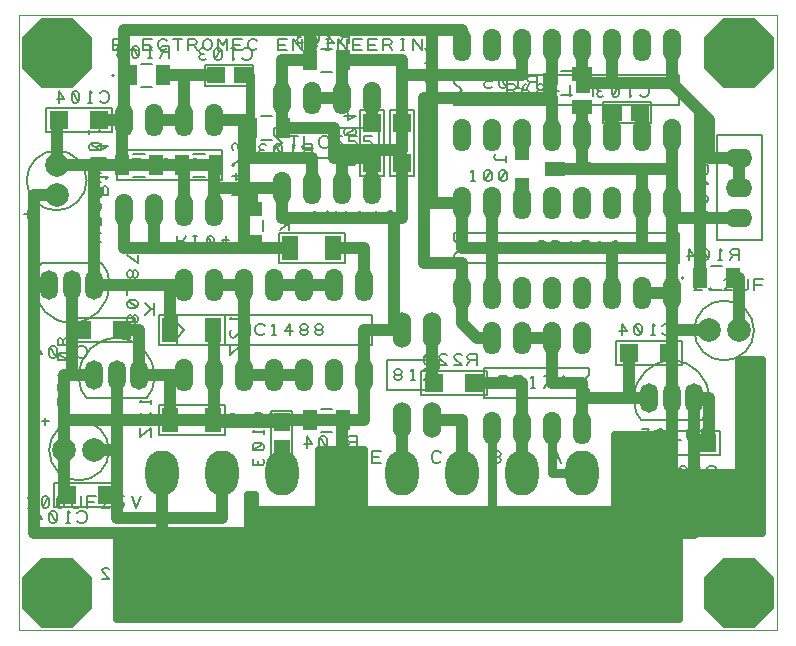
<source format=gbr>
G04 EasyPC Gerber Version 19.0.2 Build 3920 *
G04 #@! TF.Part,Single*
G04 #@! TF.FileFunction,Legend,Top *
%FSLAX35Y35*%
%MOIN*%
G04 #@! TA.AperFunction,WasherPad*
%AMT97*0 Octagon Pad at angle 0*4,1,8,-0.04892,-0.11811,0.04892,-0.11811,0.11811,-0.04892,0.11811,0.04892,0.04892,0.11811,-0.04892,0.11811,-0.11811,0.04892,-0.11811,-0.04892,-0.04892,-0.11811,0*%
%ADD97T97*%
G04 #@! TA.AperFunction,ComponentPad*
%ADD114O,0.05984X0.09843*%
%ADD111O,0.06000X0.11000*%
%ADD115O,0.06000X0.12000*%
G04 #@! TA.AperFunction,WasherPad*
%ADD131O,0.11024X0.14961*%
G04 #@! TA.AperFunction,SMDPad*
%ADD71R,0.04900X0.06900*%
%ADD116R,0.05500X0.06000*%
%ADD112R,0.05500X0.08000*%
%ADD117R,0.06300X0.06300*%
G04 #@! TD.AperFunction*
%ADD15C,0.00100*%
%ADD10C,0.00500*%
%ADD20C,0.00600*%
%ADD11C,0.02500*%
%ADD102C,0.02953*%
%ADD93C,0.03959*%
G04 #@! TA.AperFunction,WasherPad*
%ADD92O,0.08858X0.06299*%
G04 #@! TA.AperFunction,ComponentPad*
%ADD99C,0.07874*%
G04 #@! TA.AperFunction,WasherPad*
%ADD110R,0.06900X0.04900*%
G04 #@! TA.AperFunction,SMDPad*
%ADD113R,0.06000X0.05500*%
X0Y0D02*
D02*
D10*
X1677475Y1738437D02*
X1678725D01*
X1678100D02*
Y1742187D01*
X1677475Y1741563*
X1682163Y1738750D02*
X1682787Y1738437D01*
X1683413*
X1684037Y1738750*
X1684350Y1739375*
Y1741250*
X1684037Y1741875*
X1683413Y1742187*
X1682787*
X1682163Y1741875*
X1681850Y1741250*
Y1739375*
X1682163Y1738750*
X1684037Y1741875*
X1687163Y1738750D02*
X1687787Y1738437D01*
X1688413*
X1689037Y1738750*
X1689350Y1739375*
Y1741250*
X1689037Y1741875*
X1688413Y1742187*
X1687787*
X1687163Y1741875*
X1686850Y1741250*
Y1739375*
X1687163Y1738750*
X1689037Y1741875*
X1691850Y1742187D02*
Y1739375D01*
X1692163Y1738750*
X1692787Y1738437*
X1694037*
X1694663Y1738750*
X1694975Y1739375*
Y1742187*
X1696850Y1738437D02*
Y1742187D01*
X1699975*
X1699350Y1740313D02*
X1696850D01*
X1704350Y1738437D02*
X1701850D01*
X1704037Y1740625*
X1704350Y1741250*
X1704037Y1741875*
X1703413Y1742187*
X1702475*
X1701850Y1741875*
X1706850Y1738750D02*
X1707475Y1738437D01*
X1708413*
X1709037Y1738750*
X1709350Y1739375*
Y1739687*
X1709037Y1740313*
X1708413Y1740625*
X1706850*
Y1742187*
X1709350*
X1711850D02*
X1713413Y1738437D01*
X1714975Y1742187*
X1677163Y1835000D02*
Y1837500D01*
X1678413Y1836250D02*
X1675913D01*
X1681850Y1767187D02*
X1684350D01*
X1683100Y1765937D02*
Y1768437D01*
X1684350Y1757500D02*
G75*
G02X1694350Y1767500I10000D01*
G01*
G75*
G02X1704350Y1757500J-10000*
G01*
G75*
G02X1694350Y1747500I-10000*
G01*
G75*
G02X1684350Y1757500J10000*
G01*
X1686850Y1837500D02*
G75*
G02X1676850Y1847500J10000D01*
G01*
G75*
G02X1686850Y1857500I10000*
G01*
G75*
G02X1696850Y1847500J-10000*
G01*
G75*
G02X1686850Y1837500I-10000*
G01*
X1690913Y1772500D02*
X1687163Y1775000D01*
Y1772500*
X1690913Y1778437D02*
X1690600Y1779063D01*
X1689975Y1779687*
X1689037Y1780000*
X1688100*
X1687475Y1779687*
X1687163Y1779063*
Y1778437*
X1687475Y1777813*
X1688100Y1777500*
X1688725Y1777813*
X1689037Y1778437*
Y1779063*
X1688725Y1779687*
X1688100Y1780000*
X1687163Y1782500D02*
X1690913D01*
Y1785625*
X1690600Y1787813D02*
X1690913Y1788437D01*
Y1789063*
X1690600Y1789687*
X1689975Y1790000*
X1688100*
X1687475Y1789687*
X1687163Y1789063*
Y1788437*
X1687475Y1787813*
X1688100Y1787500*
X1689975*
X1690600Y1787813*
X1687475Y1789687*
X1689037Y1793437D02*
Y1794063D01*
X1688725Y1794687*
X1688100Y1795000*
X1687475Y1794687*
X1687163Y1794063*
Y1793437*
X1687475Y1792813*
X1688100Y1792500*
X1688725Y1792813*
X1689037Y1793437*
X1689350Y1792813*
X1689975Y1792500*
X1690600Y1792813*
X1690913Y1793437*
Y1794063*
X1690600Y1794687*
X1689975Y1795000*
X1689350Y1794687*
X1689037Y1794063*
X1694350Y1782500D02*
G75*
G02X1706850Y1795000I12500D01*
G01*
G75*
G02X1719350Y1782500J-12500*
G01*
Y1781000*
G75*
G02X1716850Y1775000I-8493J18*
G01*
X1696850*
G75*
G02X1694350Y1781000I5993J6018*
G01*
Y1782500*
X1693725Y1734063D02*
X1694037Y1733750D01*
X1694663Y1733437*
X1695600*
X1696225Y1733750*
X1696537Y1734063*
X1696850Y1734687*
Y1735937*
X1696537Y1736563*
X1696225Y1736875*
X1695600Y1737187*
X1694663*
X1694037Y1736875*
X1693725Y1736563*
X1691225Y1733437D02*
X1689975D01*
X1690600D02*
Y1737187D01*
X1691225Y1736563*
X1686537Y1733750D02*
X1685913Y1733437D01*
X1685287*
X1684663Y1733750*
X1684350Y1734375*
Y1736250*
X1684663Y1736875*
X1685287Y1737187*
X1685913*
X1686537Y1736875*
X1686850Y1736250*
Y1734375*
X1686537Y1733750*
X1684663Y1736875*
X1680287Y1733437D02*
Y1737187D01*
X1681850Y1734687*
X1679350*
X1693725Y1789063D02*
X1694037Y1788750D01*
X1694663Y1788437*
X1695600*
X1696225Y1788750*
X1696537Y1789063*
X1696850Y1789687*
Y1790937*
X1696537Y1791563*
X1696225Y1791875*
X1695600Y1792187*
X1694663*
X1694037Y1791875*
X1693725Y1791563*
X1691225Y1788437D02*
X1689975D01*
X1690600D02*
Y1792187D01*
X1691225Y1791563*
X1686537Y1788750D02*
X1685913Y1788437D01*
X1685287*
X1684663Y1788750*
X1684350Y1789375*
Y1791250*
X1684663Y1791875*
X1685287Y1792187*
X1685913*
X1686537Y1791875*
X1686850Y1791250*
Y1789375*
X1686537Y1788750*
X1684663Y1791875*
X1680287Y1788437D02*
Y1792187D01*
X1681850Y1789687*
X1679350*
X1697787Y1864375D02*
Y1863125D01*
Y1863750D02*
X1701537D01*
X1700913Y1864375*
X1698100Y1859687D02*
X1697787Y1859063D01*
Y1858437*
X1698100Y1857813*
X1698725Y1857500*
X1700600*
X1701225Y1857813*
X1701537Y1858437*
Y1859063*
X1701225Y1859687*
X1700600Y1860000*
X1698725*
X1698100Y1859687*
X1701225Y1857813*
X1698100Y1854687D02*
X1697787Y1854063D01*
Y1853437*
X1698100Y1852813*
X1698725Y1852500*
X1700600*
X1701225Y1852813*
X1701537Y1853437*
Y1854063*
X1701225Y1854687*
X1700600Y1855000*
X1698725*
X1698100Y1854687*
X1701225Y1852813*
X1701537Y1850000D02*
X1698725D01*
X1698100Y1849687*
X1697787Y1849063*
Y1847813*
X1698100Y1847187*
X1698725Y1846875*
X1701537*
X1697787Y1845000D02*
X1701537D01*
Y1841875*
X1699663Y1842500D02*
Y1845000D01*
X1697787Y1837500D02*
Y1840000D01*
X1699975Y1837813*
X1700600Y1837500*
X1701225Y1837813*
X1701537Y1838437*
Y1839375*
X1701225Y1840000*
X1698100Y1835000D02*
X1697787Y1834375D01*
Y1833437*
X1698100Y1832813*
X1698725Y1832500*
X1699037*
X1699663Y1832813*
X1699975Y1833437*
Y1835000*
X1701537*
Y1832500*
Y1830000D02*
X1697787Y1828437D01*
X1701537Y1826875*
X1700287Y1842500D02*
X1704037D01*
Y1844687*
X1703725Y1845313*
X1703100Y1845625*
X1702475Y1845313*
X1702163Y1844687*
Y1842500*
Y1844687D02*
X1700287Y1845625D01*
Y1848125D02*
Y1849375D01*
Y1848750D02*
X1704037D01*
X1703413Y1848125*
X1700600Y1852813D02*
X1700287Y1853437D01*
Y1854063*
X1700600Y1854687*
X1701225Y1855000*
X1703100*
X1703725Y1854687*
X1704037Y1854063*
Y1853437*
X1703725Y1852813*
X1703100Y1852500*
X1701225*
X1700600Y1852813*
X1703725Y1854687*
X1700287Y1859063D02*
X1704037D01*
X1701537Y1857500*
Y1860000*
X1704350Y1812500D02*
G75*
G02X1691850Y1800000I-12500D01*
G01*
G75*
G02X1679350Y1812500J12500*
G01*
Y1814000*
G75*
G02X1681850Y1820000I8493J-18*
G01*
X1701850*
G75*
G02X1704350Y1814000I-5993J-6018*
G01*
Y1812500*
X1701225Y1874063D02*
X1701537Y1873750D01*
X1702163Y1873437*
X1703100*
X1703725Y1873750*
X1704037Y1874063*
X1704350Y1874687*
Y1875937*
X1704037Y1876563*
X1703725Y1876875*
X1703100Y1877187*
X1702163*
X1701537Y1876875*
X1701225Y1876563*
X1698725Y1873437D02*
X1697475D01*
X1698100D02*
Y1877187D01*
X1698725Y1876563*
X1694037Y1873750D02*
X1693413Y1873437D01*
X1692787*
X1692163Y1873750*
X1691850Y1874375*
Y1876250*
X1692163Y1876875*
X1692787Y1877187*
X1693413*
X1694037Y1876875*
X1694350Y1876250*
Y1874375*
X1694037Y1873750*
X1692163Y1876875*
X1687787Y1873437D02*
Y1877187D01*
X1689350Y1874687*
X1686850*
X1705350Y1863500D02*
X1683350D01*
Y1871500*
X1705350*
Y1863500*
X1705600Y1890937D02*
Y1894687D01*
X1708725*
X1708100Y1892813D02*
X1705600D01*
Y1890937D02*
X1708725D01*
X1710600Y1894687D02*
Y1890937D01*
X1713725*
X1715600D02*
Y1894687D01*
X1718725*
X1718100Y1892813D02*
X1715600D01*
Y1890937D02*
X1718725D01*
X1723725Y1891563D02*
X1723413Y1891250D01*
X1722787Y1890937*
X1721850*
X1721225Y1891250*
X1720913Y1891563*
X1720600Y1892187*
Y1893437*
X1720913Y1894063*
X1721225Y1894375*
X1721850Y1894687*
X1722787*
X1723413Y1894375*
X1723725Y1894063*
X1727163Y1890937D02*
Y1894687D01*
X1725600D02*
X1728725D01*
X1730600Y1890937D02*
Y1894687D01*
X1732787*
X1733413Y1894375*
X1733725Y1893750*
X1733413Y1893125*
X1732787Y1892813*
X1730600*
X1732787D02*
X1733725Y1890937D01*
X1735600Y1892187D02*
Y1893437D01*
X1735913Y1894063*
X1736225Y1894375*
X1736850Y1894687*
X1737475*
X1738100Y1894375*
X1738413Y1894063*
X1738725Y1893437*
Y1892187*
X1738413Y1891563*
X1738100Y1891250*
X1737475Y1890937*
X1736850*
X1736225Y1891250*
X1735913Y1891563*
X1735600Y1892187*
X1740600Y1890937D02*
Y1894687D01*
X1742163Y1892813*
X1743725Y1894687*
Y1890937*
X1745600D02*
Y1894687D01*
X1748725*
X1748100Y1892813D02*
X1745600D01*
Y1890937D02*
X1748725D01*
X1753725Y1891563D02*
X1753413Y1891250D01*
X1752787Y1890937*
X1751850*
X1751225Y1891250*
X1750913Y1891563*
X1750600Y1892187*
Y1893437*
X1750913Y1894063*
X1751225Y1894375*
X1751850Y1894687*
X1752787*
X1753413Y1894375*
X1753725Y1894063*
X1760600Y1890937D02*
Y1894687D01*
X1763725*
X1763100Y1892813D02*
X1760600D01*
Y1890937D02*
X1763725D01*
X1765600D02*
Y1894687D01*
X1768725Y1890937*
Y1894687*
X1772787Y1892500D02*
X1773725D01*
Y1892187*
X1773413Y1891563*
X1773100Y1891250*
X1772475Y1890937*
X1771850*
X1771225Y1891250*
X1770913Y1891563*
X1770600Y1892187*
Y1893437*
X1770913Y1894063*
X1771225Y1894375*
X1771850Y1894687*
X1772475*
X1773100Y1894375*
X1773413Y1894063*
X1773725Y1893437*
X1776537Y1890937D02*
X1777787D01*
X1777163D02*
Y1894687D01*
X1776537D02*
X1777787D01*
X1780600Y1890937D02*
Y1894687D01*
X1783725Y1890937*
Y1894687*
X1785600Y1890937D02*
Y1894687D01*
X1788725*
X1788100Y1892813D02*
X1785600D01*
Y1890937D02*
X1788725D01*
X1790600D02*
Y1894687D01*
X1793725*
X1793100Y1892813D02*
X1790600D01*
Y1890937D02*
X1793725D01*
X1795600D02*
Y1894687D01*
X1797787*
X1798413Y1894375*
X1798725Y1893750*
X1798413Y1893125*
X1797787Y1892813*
X1795600*
X1797787D02*
X1798725Y1890937D01*
X1801537D02*
X1802787D01*
X1802163D02*
Y1894687D01*
X1801537D02*
X1802787D01*
X1805600Y1890937D02*
Y1894687D01*
X1808725Y1890937*
Y1894687*
X1812787Y1892500D02*
X1813725D01*
Y1892187*
X1813413Y1891563*
X1813100Y1891250*
X1812475Y1890937*
X1811850*
X1811225Y1891250*
X1810913Y1891563*
X1810600Y1892187*
Y1893437*
X1810913Y1894063*
X1811225Y1894375*
X1811850Y1894687*
X1812475*
X1813100Y1894375*
X1813413Y1894063*
X1813725Y1893437*
X1707850Y1738500D02*
X1685850D01*
Y1746500*
X1707850*
Y1738500*
X1710287Y1822500D02*
X1714037Y1820000D01*
Y1822500*
X1712163Y1816563D02*
Y1815937D01*
X1712475Y1815313*
X1713100Y1815000*
X1713725Y1815313*
X1714037Y1815937*
Y1816563*
X1713725Y1817187*
X1713100Y1817500*
X1712475Y1817187*
X1712163Y1816563*
X1711850Y1817187*
X1711225Y1817500*
X1710600Y1817187*
X1710287Y1816563*
Y1815937*
X1710600Y1815313*
X1711225Y1815000*
X1711850Y1815313*
X1712163Y1815937*
X1714037Y1812500D02*
X1710287D01*
Y1809375*
X1710600Y1807187D02*
X1710287Y1806563D01*
Y1805937*
X1710600Y1805313*
X1711225Y1805000*
X1713100*
X1713725Y1805313*
X1714037Y1805937*
Y1806563*
X1713725Y1807187*
X1713100Y1807500*
X1711225*
X1710600Y1807187*
X1713725Y1805313*
X1712163Y1801563D02*
Y1800937D01*
X1712475Y1800313*
X1713100Y1800000*
X1713725Y1800313*
X1714037Y1800937*
Y1801563*
X1713725Y1802187*
X1713100Y1802500*
X1712475Y1802187*
X1712163Y1801563*
X1711850Y1802187*
X1711225Y1802500*
X1710600Y1802187*
X1710287Y1801563*
Y1800937*
X1710600Y1800313*
X1711225Y1800000*
X1711850Y1800313*
X1712163Y1800937*
X1713413Y1850937D02*
Y1854687D01*
X1711850D02*
X1714975D01*
X1716850D02*
Y1850937D01*
X1719975*
X1721850Y1852187D02*
Y1853437D01*
X1722163Y1854063*
X1722475Y1854375*
X1723100Y1854687*
X1723725*
X1724350Y1854375*
X1724663Y1854063*
X1724975Y1853437*
Y1852187*
X1724663Y1851563*
X1724350Y1851250*
X1723725Y1850937*
X1723100*
X1722475Y1851250*
X1722163Y1851563*
X1721850Y1852187*
X1727787Y1852813D02*
X1728413D01*
X1729037Y1853125*
X1729350Y1853750*
X1729037Y1854375*
X1728413Y1854687*
X1727787*
X1727163Y1854375*
X1726850Y1853750*
X1727163Y1853125*
X1727787Y1852813*
X1727163Y1852500*
X1726850Y1851875*
X1727163Y1851250*
X1727787Y1850937*
X1728413*
X1729037Y1851250*
X1729350Y1851875*
X1729037Y1852500*
X1728413Y1852813*
X1734350Y1850937D02*
X1731850D01*
X1734037Y1853125*
X1734350Y1853750*
X1734037Y1854375*
X1733413Y1854687*
X1732475*
X1731850Y1854375*
X1712850Y1793500D02*
X1690850D01*
Y1801500*
X1712850*
Y1793500*
X1714350Y1705937D02*
X1716850D01*
X1715600Y1704687D02*
Y1707187D01*
X1719975Y1704687D02*
X1721225D01*
X1720600D02*
Y1708437D01*
X1719975Y1707813*
X1726850Y1704687D02*
X1724350D01*
X1726537Y1706875*
X1726850Y1707500*
X1726537Y1708125*
X1725913Y1708437*
X1724975*
X1724350Y1708125*
X1714350Y1715937D02*
X1711850D01*
X1713100Y1714687D02*
Y1717187D01*
X1708725Y1714687D02*
X1707475D01*
X1708100D02*
Y1718437D01*
X1708725Y1717813*
X1701850Y1714687D02*
X1704350D01*
X1702163Y1716875*
X1701850Y1717500*
X1702163Y1718125*
X1702787Y1718437*
X1703725*
X1704350Y1718125*
X1714350Y1767187D02*
X1716850D01*
X1715600Y1765937D02*
Y1768437D01*
X1719975Y1765937D02*
X1721225D01*
X1720600D02*
Y1769687D01*
X1719975Y1769063*
X1726850Y1765937D02*
X1724350D01*
X1726537Y1768125*
X1726850Y1768750*
X1726537Y1769375*
X1725913Y1769687*
X1724975*
X1724350Y1769375*
X1718413Y1774375D02*
Y1773125D01*
Y1773750D02*
X1714663D01*
X1715287Y1774375*
X1718413Y1767500D02*
Y1770000D01*
X1716225Y1767813*
X1715600Y1767500*
X1714975Y1767813*
X1714663Y1768437*
Y1769375*
X1714975Y1770000*
X1714663Y1765000D02*
Y1761875D01*
X1718413Y1765000*
Y1761875*
X1719350Y1806563D02*
Y1802813D01*
Y1804687D02*
X1718413D01*
X1716225Y1802813*
X1718413Y1804687D02*
X1716225Y1806563D01*
X1720850Y1772500D02*
X1742850D01*
Y1762500*
X1720850*
Y1772500*
X1724350Y1888437D02*
Y1892187D01*
X1722163*
X1721537Y1891875*
X1721225Y1891250*
X1721537Y1890625*
X1722163Y1890313*
X1724350*
X1722163D02*
X1721225Y1888437D01*
X1718725D02*
X1717475D01*
X1718100D02*
Y1892187D01*
X1718725Y1891563*
X1714037Y1888750D02*
X1713413Y1888437D01*
X1712787*
X1712163Y1888750*
X1711850Y1889375*
Y1891250*
X1712163Y1891875*
X1712787Y1892187*
X1713413*
X1714037Y1891875*
X1714350Y1891250*
Y1889375*
X1714037Y1888750*
X1712163Y1891875*
X1709037Y1888750D02*
X1708413Y1888437D01*
X1707787*
X1707163Y1888750*
X1706850Y1889375*
X1707163Y1890000*
X1707787Y1890313*
X1708413*
X1707787D02*
X1707163Y1890625D01*
X1706850Y1891250*
X1707163Y1891875*
X1707787Y1892187*
X1708413*
X1709037Y1891875*
X1726850Y1829063D02*
Y1825313D01*
X1729037*
X1729663Y1825625*
X1729975Y1826250*
X1729663Y1826875*
X1729037Y1827187*
X1726850*
X1729037D02*
X1729975Y1829063D01*
X1732475D02*
X1733725D01*
X1733100D02*
Y1825313D01*
X1732475Y1825937*
X1737163Y1828750D02*
X1737787Y1829063D01*
X1738413*
X1739037Y1828750*
X1739350Y1828125*
Y1826250*
X1739037Y1825625*
X1738413Y1825313*
X1737787*
X1737163Y1825625*
X1736850Y1826250*
Y1828125*
X1737163Y1828750*
X1739037Y1825625*
X1743413Y1829063D02*
Y1825313D01*
X1741850Y1827813*
X1744350*
X1734350Y1705937D02*
X1736850D01*
X1739975Y1704687D02*
X1741225D01*
X1740600D02*
Y1708437D01*
X1739975Y1707813*
X1746850Y1704687D02*
X1744350D01*
X1746537Y1706875*
X1746850Y1707500*
X1746537Y1708125*
X1745913Y1708437*
X1744975*
X1744350Y1708125*
X1734350Y1715937D02*
X1731850D01*
X1728725Y1714687D02*
X1727475D01*
X1728100D02*
Y1718437D01*
X1728725Y1717813*
X1721850Y1714687D02*
X1724350D01*
X1722163Y1716875*
X1721850Y1717500*
X1722163Y1718125*
X1722787Y1718437*
X1723725*
X1724350Y1718125*
X1734350Y1767187D02*
X1736850D01*
X1739975Y1765937D02*
X1741225D01*
X1740600D02*
Y1769687D01*
X1739975Y1769063*
X1746850Y1765937D02*
X1744350D01*
X1746537Y1768125*
X1746850Y1768750*
X1746537Y1769375*
X1745913Y1769687*
X1744975*
X1744350Y1769375*
X1741850Y1847500D02*
X1706850D01*
Y1850000*
X1709350Y1852500*
X1706850Y1855000*
Y1857500*
X1741850*
Y1847500*
X1742850Y1792500D02*
X1720850D01*
Y1802500*
X1742850*
Y1792500*
X1744350Y1769063D02*
Y1765313D01*
Y1767187D02*
X1745287D01*
X1747475Y1765313*
X1745287Y1767187D02*
X1747475Y1769063D01*
X1745287Y1842500D02*
X1749037D01*
Y1844687*
X1748725Y1845313*
X1748100Y1845625*
X1747475Y1845313*
X1747163Y1844687*
Y1842500*
Y1844687D02*
X1745287Y1845625D01*
Y1849063D02*
X1749037D01*
X1746537Y1847500*
Y1850000*
X1745287Y1852500D02*
X1749037Y1855000D01*
Y1852500*
X1745600Y1857813D02*
X1745287Y1858437D01*
Y1859063*
X1745600Y1859687*
X1746225Y1860000*
X1746850Y1859687*
X1747163Y1859063*
Y1858437*
Y1859063D02*
X1747475Y1859687D01*
X1748100Y1860000*
X1748725Y1859687*
X1749037Y1859063*
Y1858437*
X1748725Y1857813*
X1748100Y1795937D02*
Y1799687D01*
X1749663Y1797813*
X1751225Y1799687*
Y1795937*
X1756225Y1796563D02*
X1755913Y1796250D01*
X1755287Y1795937*
X1754350*
X1753725Y1796250*
X1753413Y1796563*
X1753100Y1797187*
Y1798437*
X1753413Y1799063*
X1753725Y1799375*
X1754350Y1799687*
X1755287*
X1755913Y1799375*
X1756225Y1799063*
X1758725Y1795937D02*
X1759975D01*
X1759350D02*
Y1799687D01*
X1758725Y1799063*
X1764663Y1795937D02*
Y1799687D01*
X1763100Y1797187*
X1765600*
X1769037Y1797813D02*
X1769663D01*
X1770287Y1798125*
X1770600Y1798750*
X1770287Y1799375*
X1769663Y1799687*
X1769037*
X1768413Y1799375*
X1768100Y1798750*
X1768413Y1798125*
X1769037Y1797813*
X1768413Y1797500*
X1768100Y1796875*
X1768413Y1796250*
X1769037Y1795937*
X1769663*
X1770287Y1796250*
X1770600Y1796875*
X1770287Y1797500*
X1769663Y1797813*
X1774037D02*
X1774663D01*
X1775287Y1798125*
X1775600Y1798750*
X1775287Y1799375*
X1774663Y1799687*
X1774037*
X1773413Y1799375*
X1773100Y1798750*
X1773413Y1798125*
X1774037Y1797813*
X1773413Y1797500*
X1773100Y1796875*
X1773413Y1796250*
X1774037Y1795937*
X1774663*
X1775287Y1796250*
X1775600Y1796875*
X1775287Y1797500*
X1774663Y1797813*
X1748413Y1801875D02*
Y1800625D01*
Y1801250D02*
X1744663D01*
X1745287Y1801875*
X1748413Y1795000D02*
Y1797500D01*
X1746225Y1795313*
X1745600Y1795000*
X1744975Y1795313*
X1744663Y1795937*
Y1796875*
X1744975Y1797500*
X1744663Y1792500D02*
Y1789375D01*
X1748413Y1792500*
Y1789375*
X1748725Y1890937D02*
X1749037Y1891250D01*
X1749663Y1891563*
X1750600*
X1751225Y1891250*
X1751537Y1890937*
X1751850Y1890313*
Y1889063*
X1751537Y1888437*
X1751225Y1888125*
X1750600Y1887813*
X1749663*
X1749037Y1888125*
X1748725Y1888437*
X1746225Y1891563D02*
X1744975D01*
X1745600D02*
Y1887813D01*
X1746225Y1888437*
X1741537Y1891250D02*
X1740913Y1891563D01*
X1740287*
X1739663Y1891250*
X1739350Y1890625*
Y1888750*
X1739663Y1888125*
X1740287Y1887813*
X1740913*
X1741537Y1888125*
X1741850Y1888750*
Y1890625*
X1741537Y1891250*
X1739663Y1888125*
X1736537Y1891250D02*
X1735913Y1891563D01*
X1735287*
X1734663Y1891250*
X1734350Y1890625*
X1734663Y1890000*
X1735287Y1889687*
X1735913*
X1735287D02*
X1734663Y1889375D01*
X1734350Y1888750*
X1734663Y1888125*
X1735287Y1887813*
X1735913*
X1736537Y1888125*
X1752350Y1879000D02*
X1736350D01*
Y1886000*
X1752350*
Y1879000*
X1757787Y1704687D02*
X1759037D01*
X1758413D02*
Y1708437D01*
X1757787D02*
X1759037D01*
X1761850Y1704687D02*
Y1708437D01*
X1764975Y1704687*
Y1708437*
X1755913Y1714687D02*
X1754663D01*
X1755287D02*
Y1718437D01*
X1755913D02*
X1754663D01*
X1751850Y1714687D02*
Y1718437D01*
X1748725Y1714687*
Y1718437*
X1757787Y1765937D02*
X1759037D01*
X1758413D02*
Y1769687D01*
X1757787D02*
X1759037D01*
X1761850Y1765937D02*
Y1769687D01*
X1764975Y1765937*
Y1769687*
X1755287Y1766875D02*
X1755600Y1767187D01*
X1755913Y1767813*
Y1768750*
X1755600Y1769375*
X1755287Y1769687*
X1754663Y1770000*
X1753413*
X1752787Y1769687*
X1752475Y1769375*
X1752163Y1768750*
Y1767813*
X1752475Y1767187*
X1752787Y1766875*
X1755913Y1764375D02*
Y1763125D01*
Y1763750D02*
X1752163D01*
X1752787Y1764375*
X1755600Y1759687D02*
X1755913Y1759063D01*
Y1758437*
X1755600Y1757813*
X1754975Y1757500*
X1753100*
X1752475Y1757813*
X1752163Y1758437*
Y1759063*
X1752475Y1759687*
X1753100Y1760000*
X1754975*
X1755600Y1759687*
X1752475Y1757813*
X1755600Y1754687D02*
X1755913Y1754063D01*
Y1753437*
X1755600Y1752813*
X1754975Y1752500*
X1754350Y1752813*
X1754037Y1753437*
Y1754063*
Y1753437D02*
X1753725Y1752813D01*
X1753100Y1752500*
X1752475Y1752813*
X1752163Y1753437*
Y1754063*
X1752475Y1754687*
X1758350Y1754500D02*
Y1770500D01*
X1765350*
Y1754500*
X1758350*
X1764350Y1830937D02*
Y1834687D01*
Y1832813D02*
X1763413D01*
X1761225Y1834687*
X1763413Y1832813D02*
X1761225Y1830937D01*
X1765913Y1858437D02*
Y1862187D01*
X1764350D02*
X1767475D01*
X1769350D02*
Y1858437D01*
X1772475*
X1777475Y1859063D02*
X1777163Y1858750D01*
X1776537Y1858437*
X1775600*
X1774975Y1858750*
X1774663Y1859063*
X1774350Y1859687*
Y1860937*
X1774663Y1861563*
X1774975Y1861875*
X1775600Y1862187*
X1776537*
X1777163Y1861875*
X1777475Y1861563*
X1779350Y1858750D02*
X1779975Y1858437D01*
X1780913*
X1781537Y1858750*
X1781850Y1859375*
Y1859687*
X1781537Y1860313*
X1780913Y1860625*
X1779350*
Y1862187*
X1781850*
X1784350Y1858750D02*
X1784975Y1858437D01*
X1785913*
X1786537Y1858750*
X1786850Y1859375*
Y1859687*
X1786537Y1860313*
X1785913Y1860625*
X1784350*
Y1862187*
X1786850*
X1789350Y1858750D02*
X1789975Y1858437D01*
X1790913*
X1791537Y1858750*
X1791850Y1859375*
Y1859687*
X1791537Y1860313*
X1790913Y1860625*
X1789350*
Y1862187*
X1791850*
X1772475Y1833437D02*
X1773725D01*
X1773100D02*
Y1837187D01*
X1772475Y1836563*
X1776850Y1833437D02*
Y1837187D01*
X1779975Y1833437*
Y1837187*
X1783413Y1833437D02*
Y1837187D01*
X1781850Y1834687*
X1784350*
X1787475Y1833437D02*
X1788725D01*
X1788100D02*
Y1837187D01*
X1787475Y1836563*
X1793413Y1833437D02*
Y1837187D01*
X1791850Y1834687*
X1794350*
X1797787Y1835313D02*
X1798413D01*
X1799037Y1835625*
X1799350Y1836250*
X1799037Y1836875*
X1798413Y1837187*
X1797787*
X1797163Y1836875*
X1796850Y1836250*
X1797163Y1835625*
X1797787Y1835313*
X1797163Y1835000*
X1796850Y1834375*
X1797163Y1833750*
X1797787Y1833437*
X1798413*
X1799037Y1833750*
X1799350Y1834375*
X1799037Y1835000*
X1798413Y1835313*
X1771850Y1855937D02*
Y1859687D01*
X1769663*
X1769037Y1859375*
X1768725Y1858750*
X1769037Y1858125*
X1769663Y1857813*
X1771850*
X1769663D02*
X1768725Y1855937D01*
X1766225D02*
X1764975D01*
X1765600D02*
Y1859687D01*
X1766225Y1859063*
X1761537Y1856250D02*
X1760913Y1855937D01*
X1760287*
X1759663Y1856250*
X1759350Y1856875*
Y1858750*
X1759663Y1859375*
X1760287Y1859687*
X1760913*
X1761537Y1859375*
X1761850Y1858750*
Y1856875*
X1761537Y1856250*
X1759663Y1859375*
X1756537Y1856250D02*
X1755913Y1855937D01*
X1755287*
X1754663Y1856250*
X1754350Y1856875*
X1754663Y1857500*
X1755287Y1857813*
X1755913*
X1755287D02*
X1754663Y1858125D01*
X1754350Y1858750*
X1754663Y1859375*
X1755287Y1859687*
X1755913*
X1756537Y1859375*
X1781537Y1706250D02*
X1782475D01*
Y1705937*
X1782163Y1705313*
X1781850Y1705000*
X1781225Y1704687*
X1780600*
X1779975Y1705000*
X1779663Y1705313*
X1779350Y1705937*
Y1707187*
X1779663Y1707813*
X1779975Y1708125*
X1780600Y1708437*
X1781225*
X1781850Y1708125*
X1782163Y1707813*
X1782475Y1707187*
X1777163Y1716250D02*
X1776225D01*
Y1715937*
X1776537Y1715313*
X1776850Y1715000*
X1777475Y1714687*
X1778100*
X1778725Y1715000*
X1779037Y1715313*
X1779350Y1715937*
Y1717187*
X1779037Y1717813*
X1778725Y1718125*
X1778100Y1718437*
X1777475*
X1776850Y1718125*
X1776537Y1717813*
X1776225Y1717187*
X1781537Y1767500D02*
X1782475D01*
Y1767187*
X1782163Y1766563*
X1781850Y1766250*
X1781225Y1765937*
X1780600*
X1779975Y1766250*
X1779663Y1766563*
X1779350Y1767187*
Y1768437*
X1779663Y1769063*
X1779975Y1769375*
X1780600Y1769687*
X1781225*
X1781850Y1769375*
X1782163Y1769063*
X1782475Y1768437*
X1783413Y1855625D02*
X1783100Y1855313D01*
X1782787Y1854687*
Y1853750*
X1783100Y1853125*
X1783413Y1852813*
X1784037Y1852500*
X1785287*
X1785913Y1852813*
X1786225Y1853125*
X1786537Y1853750*
Y1854687*
X1786225Y1855313*
X1785913Y1855625*
X1782787Y1858125D02*
Y1859375D01*
Y1858750D02*
X1786537D01*
X1785913Y1858125*
X1783100Y1862813D02*
X1782787Y1863437D01*
Y1864063*
X1783100Y1864687*
X1783725Y1865000*
X1785600*
X1786225Y1864687*
X1786537Y1864063*
Y1863437*
X1786225Y1862813*
X1785600Y1862500*
X1783725*
X1783100Y1862813*
X1786225Y1864687*
X1782787Y1869063D02*
X1786537D01*
X1784037Y1867500*
Y1870000*
X1782850Y1820000D02*
X1760850D01*
Y1830000*
X1782850*
Y1820000*
X1784350Y1893437D02*
Y1897187D01*
X1782163*
X1781537Y1896875*
X1781225Y1896250*
X1781537Y1895625*
X1782163Y1895313*
X1784350*
X1782163D02*
X1781225Y1893437D01*
X1776850D02*
X1779350D01*
X1777163Y1895625*
X1776850Y1896250*
X1777163Y1896875*
X1777787Y1897187*
X1778725*
X1779350Y1896875*
X1774037Y1893750D02*
X1773413Y1893437D01*
X1772787*
X1772163Y1893750*
X1771850Y1894375*
Y1896250*
X1772163Y1896875*
X1772787Y1897187*
X1773413*
X1774037Y1896875*
X1774350Y1896250*
Y1894375*
X1774037Y1893750*
X1772163Y1896875*
X1769037Y1893750D02*
X1768413Y1893437D01*
X1767787*
X1767163Y1893750*
X1766850Y1894375*
X1767163Y1895000*
X1767787Y1895313*
X1768413*
X1767787D02*
X1767163Y1895625D01*
X1766850Y1896250*
X1767163Y1896875*
X1767787Y1897187*
X1768413*
X1769037Y1896875*
X1786850Y1758437D02*
Y1762187D01*
X1784663*
X1784037Y1761875*
X1783725Y1761250*
X1784037Y1760625*
X1784663Y1760313*
X1786850*
X1784663D02*
X1783725Y1758437D01*
X1781225D02*
X1779975D01*
X1780600D02*
Y1762187D01*
X1781225Y1761563*
X1776537Y1758750D02*
X1775913Y1758437D01*
X1775287*
X1774663Y1758750*
X1774350Y1759375*
Y1761250*
X1774663Y1761875*
X1775287Y1762187*
X1775913*
X1776537Y1761875*
X1776850Y1761250*
Y1759375*
X1776537Y1758750*
X1774663Y1761875*
X1770287Y1758437D02*
Y1762187D01*
X1771850Y1759687*
X1769350*
X1791850Y1753437D02*
Y1757187D01*
X1794975*
X1794350Y1755313D02*
X1791850D01*
Y1753437D02*
X1794975D01*
X1791850Y1792500D02*
X1726850D01*
Y1795000*
X1729350Y1797500*
X1726850Y1800000*
Y1802500*
X1791850*
Y1792500*
X1794350Y1855000D02*
X1759350D01*
Y1857500*
X1761850Y1860000*
X1759350Y1862500*
Y1865000*
X1794350*
Y1855000*
X1795850Y1871000D02*
Y1849000D01*
X1787850*
Y1871000*
X1795850*
X1796850Y1787500D02*
X1814350D01*
Y1785000*
X1811850Y1782500*
X1814350Y1780000*
Y1777500*
X1796850*
Y1787500*
X1800287Y1782813D02*
X1800913D01*
X1801537Y1783125*
X1801850Y1783750*
X1801537Y1784375*
X1800913Y1784687*
X1800287*
X1799663Y1784375*
X1799350Y1783750*
X1799663Y1783125*
X1800287Y1782813*
X1799663Y1782500*
X1799350Y1781875*
X1799663Y1781250*
X1800287Y1780937*
X1800913*
X1801537Y1781250*
X1801850Y1781875*
X1801537Y1782500*
X1800913Y1782813*
X1804975Y1780937D02*
X1806225D01*
X1805600D02*
Y1784687D01*
X1804975Y1784063*
X1809350Y1780937D02*
X1811850Y1784687D01*
X1809350*
X1800600Y1704687D02*
Y1708437D01*
X1803725*
X1803100Y1706563D02*
X1800600D01*
Y1704687D02*
X1803725D01*
X1800600Y1714687D02*
Y1718437D01*
X1797475*
X1798100Y1716563D02*
X1800600D01*
Y1714687D02*
X1797475D01*
X1805850Y1871000D02*
Y1849000D01*
X1797850*
Y1871000*
X1805850*
X1808413Y1855625D02*
X1808100Y1855313D01*
X1807787Y1854687*
Y1853750*
X1808100Y1853125*
X1808413Y1852813*
X1809037Y1852500*
X1810287*
X1810913Y1852813*
X1811225Y1853125*
X1811537Y1853750*
Y1854687*
X1811225Y1855313*
X1810913Y1855625*
X1807787Y1858125D02*
Y1859375D01*
Y1858750D02*
X1811537D01*
X1810913Y1858125*
X1808100Y1862813D02*
X1807787Y1863437D01*
Y1864063*
X1808100Y1864687*
X1808725Y1865000*
X1810600*
X1811225Y1864687*
X1811537Y1864063*
Y1863437*
X1811225Y1862813*
X1810600Y1862500*
X1808725*
X1808100Y1862813*
X1811225Y1864687*
X1807787Y1869063D02*
X1811537D01*
X1809037Y1867500*
Y1870000*
X1808350Y1784000D02*
X1830350D01*
Y1776000*
X1808350*
Y1784000*
X1814975Y1754063D02*
X1814663Y1753750D01*
X1814037Y1753437*
X1813100*
X1812475Y1753750*
X1812163Y1754063*
X1811850Y1754687*
Y1755937*
X1812163Y1756563*
X1812475Y1756875*
X1813100Y1757187*
X1814037*
X1814663Y1756875*
X1814975Y1756563*
X1809663Y1860000D02*
X1812475D01*
X1813100Y1860313*
X1813413Y1860937*
Y1862187*
X1813100Y1862813*
X1812475Y1863125*
X1809663*
X1813413Y1867500D02*
Y1865000D01*
X1811225Y1867187*
X1810600Y1867500*
X1809975Y1867187*
X1809663Y1866563*
Y1865625*
X1809975Y1865000*
X1813413Y1876563D02*
X1809663D01*
X1812163Y1875000*
Y1877500*
X1813100Y1880313D02*
X1813413Y1880937D01*
Y1881563*
X1813100Y1882187*
X1812475Y1882500*
X1810600*
X1809975Y1882187*
X1809663Y1881563*
Y1880937*
X1809975Y1880313*
X1810600Y1880000*
X1812475*
X1813100Y1880313*
X1809975Y1882187*
X1813413Y1886563D02*
X1809663D01*
X1812163Y1885000*
Y1887500*
X1812475Y1890000D02*
X1811850Y1890313D01*
X1811537Y1890937*
Y1891563*
X1811850Y1892187*
X1812475Y1892500*
X1813100Y1892187*
X1813413Y1891563*
Y1890937*
X1813100Y1890313*
X1812475Y1890000*
X1811537*
X1810600Y1890313*
X1809975Y1890937*
X1809663Y1891563*
X1823725Y1705313D02*
X1823413Y1705000D01*
X1822787Y1704687*
X1821850*
X1821225Y1705000*
X1820913Y1705313*
X1820600Y1705937*
Y1707187*
X1820913Y1707813*
X1821225Y1708125*
X1821850Y1708437*
X1822787*
X1823413Y1708125*
X1823725Y1707813*
X1817475Y1715313D02*
X1817787Y1715000D01*
X1818413Y1714687*
X1819350*
X1819975Y1715000*
X1820287Y1715313*
X1820600Y1715937*
Y1717187*
X1820287Y1717813*
X1819975Y1718125*
X1819350Y1718437*
X1818413*
X1817787Y1718125*
X1817475Y1717813*
X1824975Y1847187D02*
X1826225D01*
X1825600D02*
Y1850937D01*
X1824975Y1850313*
X1829663Y1847500D02*
X1830287Y1847187D01*
X1830913*
X1831537Y1847500*
X1831850Y1848125*
Y1850000*
X1831537Y1850625*
X1830913Y1850937*
X1830287*
X1829663Y1850625*
X1829350Y1850000*
Y1848125*
X1829663Y1847500*
X1831537Y1850625*
X1834663Y1847500D02*
X1835287Y1847187D01*
X1835913*
X1836537Y1847500*
X1836850Y1848125*
Y1850000*
X1836537Y1850625*
X1835913Y1850937*
X1835287*
X1834663Y1850625*
X1834350Y1850000*
Y1848125*
X1834663Y1847500*
X1836537Y1850625*
X1826850Y1785937D02*
Y1789687D01*
X1824663*
X1824037Y1789375*
X1823725Y1788750*
X1824037Y1788125*
X1824663Y1787813*
X1826850*
X1824663D02*
X1823725Y1785937D01*
X1819350D02*
X1821850D01*
X1819663Y1788125*
X1819350Y1788750*
X1819663Y1789375*
X1820287Y1789687*
X1821225*
X1821850Y1789375*
X1814350Y1785937D02*
X1816850D01*
X1814663Y1788125*
X1814350Y1788750*
X1814663Y1789375*
X1815287Y1789687*
X1816225*
X1816850Y1789375*
X1811537Y1786250D02*
X1810913Y1785937D01*
X1810287*
X1809663Y1786250*
X1809350Y1786875*
Y1788750*
X1809663Y1789375*
X1810287Y1789687*
X1810913*
X1811537Y1789375*
X1811850Y1788750*
Y1786875*
X1811537Y1786250*
X1809663Y1789375*
X1829350Y1785000D02*
X1864350D01*
Y1782500*
X1861850Y1780000*
X1864350Y1777500*
Y1775000*
X1829350*
Y1785000*
X1834037Y1755313D02*
X1834663Y1755000D01*
X1834975Y1754375*
X1834663Y1753750*
X1834037Y1753437*
X1831850*
Y1757187*
X1834037*
X1834663Y1756875*
X1834975Y1756250*
X1834663Y1755625*
X1834037Y1755313*
X1831850*
X1833413Y1856250D02*
X1833100Y1855937D01*
X1832787Y1855313*
X1833100Y1854687*
X1833413Y1854375*
X1836537*
Y1853750*
Y1854375D02*
Y1855625D01*
X1834350Y1778437D02*
X1836850Y1782187D01*
X1834350*
X1839350Y1778750D02*
X1839975Y1778437D01*
X1840913*
X1841537Y1778750*
X1841850Y1779375*
Y1779687*
X1841537Y1780313*
X1840913Y1780625*
X1839350*
Y1782187*
X1841850*
X1844975Y1778437D02*
X1846225D01*
X1845600D02*
Y1782187D01*
X1844975Y1781563*
X1849350Y1778437D02*
X1851850Y1782187D01*
X1849350*
X1854350Y1779375D02*
X1854663Y1780000D01*
X1855287Y1780313*
X1855913*
X1856537Y1780000*
X1856850Y1779375*
X1856537Y1778750*
X1855913Y1778437*
X1855287*
X1854663Y1778750*
X1854350Y1779375*
Y1780313*
X1854663Y1781250*
X1855287Y1781875*
X1855913Y1782187*
X1836850Y1875937D02*
Y1879687D01*
X1839037*
X1839663Y1879375*
X1839975Y1878750*
X1839663Y1878125*
X1839037Y1877813*
X1836850*
X1839037D02*
X1839975Y1875937D01*
X1841850Y1876875D02*
X1842163Y1877500D01*
X1842787Y1877813*
X1843413*
X1844037Y1877500*
X1844350Y1876875*
X1844037Y1876250*
X1843413Y1875937*
X1842787*
X1842163Y1876250*
X1841850Y1876875*
Y1877813*
X1842163Y1878750*
X1842787Y1879375*
X1843413Y1879687*
X1847787Y1877813D02*
X1848413D01*
X1849037Y1878125*
X1849350Y1878750*
X1849037Y1879375*
X1848413Y1879687*
X1847787*
X1847163Y1879375*
X1846850Y1878750*
X1847163Y1878125*
X1847787Y1877813*
X1847163Y1877500*
X1846850Y1876875*
X1847163Y1876250*
X1847787Y1875937*
X1848413*
X1849037Y1876250*
X1849350Y1876875*
X1849037Y1877500*
X1848413Y1877813*
X1853413Y1875937D02*
Y1879687D01*
X1851850Y1877187*
X1854350*
X1842787Y1706563D02*
X1843413Y1706250D01*
X1843725Y1705625*
X1843413Y1705000*
X1842787Y1704687*
X1840600*
Y1708437*
X1842787*
X1843413Y1708125*
X1843725Y1707500*
X1843413Y1706875*
X1842787Y1706563*
X1840600*
X1838413Y1716563D02*
X1837787Y1716250D01*
X1837475Y1715625*
X1837787Y1715000*
X1838413Y1714687*
X1840600*
Y1718437*
X1838413*
X1837787Y1718125*
X1837475Y1717500*
X1837787Y1716875*
X1838413Y1716563*
X1840600*
X1849975Y1824063D02*
X1849663Y1823750D01*
X1849037Y1823437*
X1848100*
X1847475Y1823750*
X1847163Y1824063*
X1846850Y1824687*
Y1825937*
X1847163Y1826563*
X1847475Y1826875*
X1848100Y1827187*
X1849037*
X1849663Y1826875*
X1849975Y1826563*
X1851850Y1823437D02*
Y1827187D01*
X1853725*
X1854350Y1826875*
X1854663Y1826563*
X1854975Y1825937*
Y1824687*
X1854663Y1824063*
X1854350Y1823750*
X1853725Y1823437*
X1851850*
X1858413D02*
Y1827187D01*
X1856850Y1824687*
X1859350*
X1861850Y1823750D02*
X1862475Y1823437D01*
X1863413*
X1864037Y1823750*
X1864350Y1824375*
Y1824687*
X1864037Y1825313*
X1863413Y1825625*
X1861850*
Y1827187*
X1864350*
X1867475Y1823437D02*
X1868725D01*
X1868100D02*
Y1827187D01*
X1867475Y1826563*
X1872787Y1825313D02*
X1873413D01*
X1874037Y1825625*
X1874350Y1826250*
X1874037Y1826875*
X1873413Y1827187*
X1872787*
X1872163Y1826875*
X1871850Y1826250*
X1872163Y1825625*
X1872787Y1825313*
X1872163Y1825000*
X1871850Y1824375*
X1872163Y1823750*
X1872787Y1823437*
X1873413*
X1874037Y1823750*
X1874350Y1824375*
X1874037Y1825000*
X1873413Y1825313*
X1846850Y1878437D02*
Y1882187D01*
X1844663*
X1844037Y1881875*
X1843725Y1881250*
X1844037Y1880625*
X1844663Y1880313*
X1846850*
X1844663D02*
X1843725Y1878437D01*
X1841225D02*
X1839975D01*
X1840600D02*
Y1882187D01*
X1841225Y1881563*
X1836537Y1878750D02*
X1835913Y1878437D01*
X1835287*
X1834663Y1878750*
X1834350Y1879375*
Y1881250*
X1834663Y1881875*
X1835287Y1882187*
X1835913*
X1836537Y1881875*
X1836850Y1881250*
Y1879375*
X1836537Y1878750*
X1834663Y1881875*
X1831850Y1878750D02*
X1831225Y1878437D01*
X1830287*
X1829663Y1878750*
X1829350Y1879375*
Y1879687*
X1829663Y1880313*
X1830287Y1880625*
X1831850*
Y1882187*
X1829350*
X1851850Y1753437D02*
X1853413Y1757187D01*
X1854975Y1753437*
X1852475Y1755000D02*
X1854350D01*
X1858725Y1849687D02*
X1859975D01*
X1859350D02*
Y1853437D01*
X1858725Y1852813*
X1863413Y1850000D02*
X1864037Y1849687D01*
X1864663*
X1865287Y1850000*
X1865600Y1850625*
Y1852500*
X1865287Y1853125*
X1864663Y1853437*
X1864037*
X1863413Y1853125*
X1863100Y1852500*
Y1850625*
X1863413Y1850000*
X1865287Y1853125*
X1860600Y1704687D02*
X1862163Y1708437D01*
X1863725Y1704687*
X1861225Y1706250D02*
X1863100D01*
X1860600Y1714687D02*
X1859037Y1718437D01*
X1857475Y1714687*
X1859975Y1716250D02*
X1858100D01*
X1874037Y1755000D02*
X1874975D01*
Y1754687*
X1874663Y1754063*
X1874350Y1753750*
X1873725Y1753437*
X1873100*
X1872475Y1753750*
X1872163Y1754063*
X1871850Y1754687*
Y1755937*
X1872163Y1756563*
X1872475Y1756875*
X1873100Y1757187*
X1873725*
X1874350Y1756875*
X1874663Y1756563*
X1874975Y1755937*
X1873350Y1794000D02*
X1895350D01*
Y1786000*
X1873350*
Y1794000*
X1879350Y1775000D02*
G75*
G02X1891850Y1787500I12500D01*
G01*
G75*
G02X1904350Y1775000J-12500*
G01*
Y1773500*
G75*
G02X1901850Y1767500I-8493J18*
G01*
X1881850*
G75*
G02X1879350Y1773500I5993J6018*
G01*
Y1775000*
X1882787Y1706250D02*
X1883725D01*
Y1705937*
X1883413Y1705313*
X1883100Y1705000*
X1882475Y1704687*
X1881850*
X1881225Y1705000*
X1880913Y1705313*
X1880600Y1705937*
Y1707187*
X1880913Y1707813*
X1881225Y1708125*
X1881850Y1708437*
X1882475*
X1883100Y1708125*
X1883413Y1707813*
X1883725Y1707187*
X1878413Y1716250D02*
X1877475D01*
Y1715937*
X1877787Y1715313*
X1878100Y1715000*
X1878725Y1714687*
X1879350*
X1879975Y1715000*
X1880287Y1715313*
X1880600Y1715937*
Y1717187*
X1880287Y1717813*
X1879975Y1718125*
X1879350Y1718437*
X1878725*
X1878100Y1718125*
X1877787Y1717813*
X1877475Y1717187*
X1881850Y1760937D02*
X1884350Y1764687D01*
X1881850*
X1887787Y1762813D02*
X1888413D01*
X1889037Y1763125*
X1889350Y1763750*
X1889037Y1764375*
X1888413Y1764687*
X1887787*
X1887163Y1764375*
X1886850Y1763750*
X1887163Y1763125*
X1887787Y1762813*
X1887163Y1762500*
X1886850Y1761875*
X1887163Y1761250*
X1887787Y1760937*
X1888413*
X1889037Y1761250*
X1889350Y1761875*
X1889037Y1762500*
X1888413Y1762813*
X1891850Y1764687D02*
Y1760937D01*
X1894975*
X1897163Y1761250D02*
X1897787Y1760937D01*
X1898413*
X1899037Y1761250*
X1899350Y1761875*
Y1763750*
X1899037Y1764375*
X1898413Y1764687*
X1897787*
X1897163Y1764375*
X1896850Y1763750*
Y1761875*
X1897163Y1761250*
X1899037Y1764375*
X1901850Y1761250D02*
X1902475Y1760937D01*
X1903413*
X1904037Y1761250*
X1904350Y1761875*
Y1762187*
X1904037Y1762813*
X1903413Y1763125*
X1901850*
Y1764687*
X1904350*
X1881225Y1878437D02*
X1881537Y1878750D01*
X1882163Y1879063*
X1883100*
X1883725Y1878750*
X1884037Y1878437*
X1884350Y1877813*
Y1876563*
X1884037Y1875937*
X1883725Y1875625*
X1883100Y1875313*
X1882163*
X1881537Y1875625*
X1881225Y1875937*
X1878725Y1879063D02*
X1877475D01*
X1878100D02*
Y1875313D01*
X1878725Y1875937*
X1874037Y1878750D02*
X1873413Y1879063D01*
X1872787*
X1872163Y1878750*
X1871850Y1878125*
Y1876250*
X1872163Y1875625*
X1872787Y1875313*
X1873413*
X1874037Y1875625*
X1874350Y1876250*
Y1878125*
X1874037Y1878750*
X1872163Y1875625*
X1869037Y1878750D02*
X1868413Y1879063D01*
X1867787*
X1867163Y1878750*
X1866850Y1878125*
X1867163Y1877500*
X1867787Y1877187*
X1868413*
X1867787D02*
X1867163Y1876875D01*
X1866850Y1876250*
X1867163Y1875625*
X1867787Y1875313*
X1868413*
X1869037Y1875625*
X1884850Y1866500D02*
X1868850D01*
Y1873500*
X1884850*
Y1866500*
X1888725Y1796563D02*
X1889037Y1796250D01*
X1889663Y1795937*
X1890600*
X1891225Y1796250*
X1891537Y1796563*
X1891850Y1797187*
Y1798437*
X1891537Y1799063*
X1891225Y1799375*
X1890600Y1799687*
X1889663*
X1889037Y1799375*
X1888725Y1799063*
X1886225Y1795937D02*
X1884975D01*
X1885600D02*
Y1799687D01*
X1886225Y1799063*
X1881537Y1796250D02*
X1880913Y1795937D01*
X1880287*
X1879663Y1796250*
X1879350Y1796875*
Y1798750*
X1879663Y1799375*
X1880287Y1799687*
X1880913*
X1881537Y1799375*
X1881850Y1798750*
Y1796875*
X1881537Y1796250*
X1879663Y1799375*
X1875287Y1795937D02*
Y1799687D01*
X1876850Y1797187*
X1874350*
X1894350Y1820000D02*
X1819350D01*
Y1822500*
X1821850Y1825000*
X1819350Y1827500*
Y1830000*
X1894350*
Y1820000*
Y1872500D02*
X1819350D01*
Y1875000*
X1821850Y1877500*
X1819350Y1880000*
Y1882500*
X1894350*
Y1872500*
X1901850Y1810937D02*
X1899350D01*
X1901537Y1813125*
X1901850Y1813750*
X1901537Y1814375*
X1900913Y1814687*
X1899975*
X1899350Y1814375*
X1904663Y1810937D02*
X1904975Y1811250D01*
X1904663Y1811563*
X1904350Y1811250*
X1904663Y1810937*
X1911850D02*
X1909350D01*
X1911537Y1813125*
X1911850Y1813750*
X1911537Y1814375*
X1910913Y1814687*
X1909975*
X1909350Y1814375*
X1914350Y1814687D02*
Y1811875D01*
X1914663Y1811250*
X1915287Y1810937*
X1916537*
X1917163Y1811250*
X1917475Y1811875*
Y1814687*
X1919350Y1810937D02*
Y1814687D01*
X1922475*
X1921850Y1812813D02*
X1919350D01*
X1904037Y1857500D02*
X1900287Y1855937D01*
X1904037Y1854375*
X1900287Y1852500D02*
X1904037D01*
Y1850313*
X1903725Y1849687*
X1903100Y1849375*
X1902475Y1849687*
X1902163Y1850313*
Y1852500*
Y1850313D02*
X1900287Y1849375D01*
Y1846875D02*
Y1845625D01*
Y1846250D02*
X1904037D01*
X1903413Y1846875*
X1900600Y1842187D02*
X1900287Y1841563D01*
Y1840937*
X1900600Y1840313*
X1901225Y1840000*
X1903100*
X1903725Y1840313*
X1904037Y1840937*
Y1841563*
X1903725Y1842187*
X1903100Y1842500*
X1901225*
X1900600Y1842187*
X1903725Y1840313*
X1900600Y1837187D02*
X1900287Y1836563D01*
Y1835937*
X1900600Y1835313*
X1901225Y1835000*
X1901850Y1835313*
X1902163Y1835937*
Y1836563*
Y1835937D02*
X1902475Y1835313D01*
X1903100Y1835000*
X1903725Y1835313*
X1904037Y1835937*
Y1836563*
X1903725Y1837187*
X1903725Y1749063D02*
X1904037Y1748750D01*
X1904663Y1748437*
X1905600*
X1906225Y1748750*
X1906537Y1749063*
X1906850Y1749687*
Y1750937*
X1906537Y1751563*
X1906225Y1751875*
X1905600Y1752187*
X1904663*
X1904037Y1751875*
X1903725Y1751563*
X1901225Y1748437D02*
X1899975D01*
X1900600D02*
Y1752187D01*
X1901225Y1751563*
X1896537Y1748750D02*
X1895913Y1748437D01*
X1895287*
X1894663Y1748750*
X1894350Y1749375*
Y1751250*
X1894663Y1751875*
X1895287Y1752187*
X1895913*
X1896537Y1751875*
X1896850Y1751250*
Y1749375*
X1896537Y1748750*
X1894663Y1751875*
X1890287Y1748437D02*
Y1752187D01*
X1891850Y1749687*
X1889350*
X1906850Y1862500D02*
X1921850D01*
Y1827500*
X1906850*
Y1862500*
X1907850Y1756000D02*
X1885850D01*
Y1764000*
X1907850*
Y1756000*
X1914350Y1820937D02*
Y1824687D01*
X1912163*
X1911537Y1824375*
X1911225Y1823750*
X1911537Y1823125*
X1912163Y1822813*
X1914350*
X1912163D02*
X1911225Y1820937D01*
X1908725D02*
X1907475D01*
X1908100D02*
Y1824687D01*
X1908725Y1824063*
X1904037Y1821250D02*
X1903413Y1820937D01*
X1902787*
X1902163Y1821250*
X1901850Y1821875*
Y1823750*
X1902163Y1824375*
X1902787Y1824687*
X1903413*
X1904037Y1824375*
X1904350Y1823750*
Y1821875*
X1904037Y1821250*
X1902163Y1824375*
X1897787Y1820937D02*
Y1824687D01*
X1899350Y1822187*
X1896850*
X1919350Y1797500D02*
G75*
G02X1909350Y1787500I-10000D01*
G01*
G75*
G02X1899350Y1797500J10000*
G01*
G75*
G02X1909350Y1807500I10000*
G01*
G75*
G02X1919350Y1797500J-10000*
G01*
X1921850Y1787813D02*
X1919350D01*
X1920600Y1789063D02*
Y1786563D01*
D02*
D11*
X1706850Y1727500D02*
X1894350D01*
Y1701250*
X1706850*
Y1727500*
G36*
X1894350*
Y1701250*
X1706850*
Y1727500*
G37*
X1750600Y1722500D02*
Y1742500D01*
X1753100*
Y1722500*
X1750600*
G36*
Y1742500*
X1753100*
Y1722500*
X1750600*
G37*
X1774350D02*
Y1757500D01*
X1789350*
Y1722500*
X1774350*
G36*
Y1757500*
X1789350*
Y1722500*
X1774350*
G37*
X1891850Y1762500D02*
Y1725000D01*
X1873100*
Y1762500*
X1891850*
G36*
Y1725000*
X1873100*
Y1762500*
X1891850*
G37*
X1894350Y1701250D02*
X1750600D01*
Y1737500*
X1894350*
Y1701250*
G36*
X1750600*
Y1737500*
X1894350*
Y1701250*
G37*
X1914350Y1787500D02*
X1921850D01*
Y1735000*
X1914350*
Y1787500*
G36*
X1921850*
Y1735000*
X1914350*
Y1787500*
G37*
X1921850Y1730000D02*
X1879350D01*
Y1750000*
X1921850*
Y1730000*
G36*
X1879350*
Y1750000*
X1921850*
Y1730000*
G37*
D02*
D15*
X1674350Y1902500D02*
X1926850D01*
Y1697500*
X1674350*
Y1902500*
D02*
D71*
X1708800Y1852500D03*
X1711300Y1882500D03*
X1719900Y1852500D03*
X1722400Y1882500D03*
X1728800Y1852500D03*
X1739900D03*
X1751300Y1865000D03*
X1762400D03*
X1771300Y1767500D03*
Y1887500D03*
X1782400Y1767500D03*
Y1887500D03*
X1841850Y1845000D03*
D03*
Y1857500D03*
D03*
X1851300Y1880000D03*
X1862400D03*
X1901300Y1815000D03*
X1912400D03*
D02*
D20*
X1705850Y1882500D02*
G75*
G02X1705250I-300D01*
G01*
G75*
G02X1705850I300*
G01*
X1712461Y1856450D02*
X1716239D01*
X1714961Y1886450D02*
X1718739D01*
X1716239Y1848550D02*
X1712461D01*
X1718739Y1878550D02*
X1714961D01*
X1725350Y1852500D02*
G75*
G02X1725950I300D01*
G01*
G75*
G02X1725350I-300*
G01*
X1732461Y1856450D02*
X1736239D01*
Y1848550D02*
X1732461D01*
X1745350Y1852500D02*
G75*
G02X1745950I300D01*
G01*
G75*
G02X1745350I-300*
G01*
X1747900Y1830611D02*
Y1834389D01*
X1751850Y1843500D02*
G75*
G02Y1844100J300D01*
G01*
G75*
G02Y1843500J-300*
G01*
X1754961Y1868950D02*
X1758739D01*
X1755800Y1834389D02*
Y1830611D01*
X1758739Y1861050D02*
X1754961D01*
X1765850Y1767500D02*
G75*
G02X1765250I-300D01*
G01*
G75*
G02X1765850I300*
G01*
X1767850Y1865000D02*
G75*
G02X1768450I300D01*
G01*
G75*
G02X1767850I-300*
G01*
X1774961Y1771450D02*
X1778739D01*
X1774961Y1891450D02*
X1778739D01*
Y1763550D02*
X1774961D01*
X1778739Y1883550D02*
X1774961D01*
X1787850Y1887500D02*
G75*
G02X1788450I300D01*
G01*
G75*
G02X1787850I-300*
G01*
X1854961Y1883950D02*
X1858739D01*
X1857900Y1879389D02*
Y1875611D01*
X1858739Y1876050D02*
X1854961D01*
X1861850Y1888500D02*
G75*
G03Y1889100J300D01*
G01*
G75*
G03Y1888500J-300*
G01*
X1865800Y1875611D02*
Y1879389D01*
X1867850Y1880000D02*
G75*
G02X1868450I300D01*
G01*
G75*
G02X1867850I-300*
G01*
X1895850Y1815000D02*
G75*
G02X1895250I-300D01*
G01*
G75*
G02X1895850I300*
G01*
X1904961Y1818950D02*
X1908739D01*
Y1811050D02*
X1904961D01*
D02*
D92*
X1914350Y1835000D03*
D03*
Y1845000D03*
D03*
Y1855000D03*
D03*
D02*
D93*
X1684350Y1812500D02*
X1679350D01*
Y1842500*
X1686850*
X1684350Y1812500D02*
X1679350D01*
Y1730000*
X1721850*
Y1750000*
X1687650Y1867500D02*
X1686850D01*
Y1852500*
X1689350Y1757500D02*
Y1742500D01*
X1690150*
X1689350Y1757500D02*
Y1782500D01*
X1699350*
X1689350D02*
Y1757500D01*
X1691850Y1812500D02*
Y1782500D01*
X1689350*
X1691850Y1812500D02*
Y1782500D01*
X1699350*
X1695150Y1797500D02*
X1691850D01*
Y1812500*
X1699350Y1782500D02*
X1689350D01*
X1699350D02*
X1689350D01*
Y1767500*
X1781850*
Y1750000*
X1699350Y1812500D02*
Y1852500D01*
X1708800*
X1699350Y1812500D02*
X1724750D01*
X1703550Y1742500D02*
X1706850D01*
Y1735000D02*
Y1757500D01*
X1699350*
X1706850Y1742500D02*
Y1735000D01*
Y1782500D02*
Y1742500D01*
X1708550Y1797500D02*
X1714350D01*
Y1782500*
X1709350Y1837500D02*
Y1825000D01*
X1749350*
Y1867500*
X1739350*
X1709350D02*
X1701050D01*
X1709350D02*
Y1897500D01*
X1771300*
X1709350Y1867500D02*
X1708800D01*
Y1852500*
X1714350Y1782500D02*
X1724750D01*
X1719350Y1837500D02*
Y1825000D01*
X1764750*
X1719350Y1867500D02*
X1729350D01*
X1722400Y1882500D02*
X1729350D01*
X1724750Y1767500D02*
Y1782500D01*
X1729350*
X1724750Y1797500D02*
Y1812500D01*
X1729350*
Y1837500D02*
Y1852500D01*
X1719900*
X1729350Y1867500D02*
Y1882500D01*
X1739850*
X1738950Y1797500D02*
X1739350D01*
Y1782500*
Y1767500*
X1738950*
X1739350Y1812500D02*
X1749350D01*
X1739350Y1837500D02*
Y1852500D01*
X1686850*
X1739350Y1837500D02*
Y1845000D01*
X1751850*
X1739900Y1852500D02*
X1739350D01*
Y1837500*
X1741850Y1750000D02*
Y1735000D01*
X1706850*
X1749350Y1782500D02*
X1759350D01*
X1749350Y1812500D02*
Y1782500D01*
X1751850Y1838050D02*
Y1845000D01*
X1761850*
X1759350Y1782500D02*
X1769350D01*
X1759350Y1812500D02*
X1769350D01*
X1761850Y1758000D02*
Y1750000D01*
Y1767000D02*
X1738950D01*
Y1767500*
X1761850Y1845000D02*
Y1835000D01*
X1799350*
X1761850Y1875000D02*
Y1865000D01*
X1779350*
Y1855000*
X1791850*
Y1845000*
X1764750Y1825000D02*
X1751850D01*
Y1826950*
X1769350Y1812500D02*
X1779350D01*
X1771300Y1767500D02*
X1761850D01*
Y1767000*
X1771300Y1887500D02*
Y1897500D01*
Y1887500D02*
X1761850D01*
Y1875000*
X1771300Y1897500D02*
X1811850D01*
X1771850Y1845000D02*
Y1855000D01*
X1751300*
Y1865000*
X1771850Y1875000D02*
X1781850D01*
X1778950Y1825000D02*
X1789350D01*
Y1812500*
X1781850Y1750000D02*
Y1767500D01*
X1789350*
Y1782500*
X1781850Y1845000D02*
Y1857500D01*
X1801850*
Y1882500*
X1841850*
Y1892500*
X1781850Y1875000D02*
Y1887500D01*
X1782400*
Y1767500D02*
X1781850D01*
Y1750000*
X1789350Y1782500D02*
Y1797500D01*
X1799350*
Y1835000*
X1791850Y1845000D02*
Y1853300D01*
Y1875000D02*
Y1866700D01*
X1799350Y1835000D02*
X1801850D01*
Y1853300*
Y1767500D02*
Y1750000D01*
Y1866700D02*
Y1887500D01*
X1782400*
X1811850Y1767500D02*
X1821850D01*
Y1750000*
X1811850Y1797500D02*
Y1780000D01*
X1812650*
X1811850Y1897500D02*
X1821850D01*
Y1892500*
Y1810000D02*
Y1800000D01*
X1826850Y1795000*
X1831850*
X1821850Y1810000D02*
Y1820000D01*
X1809350*
Y1875000*
X1851850*
Y1862500*
X1821850Y1840000D02*
X1811850D01*
Y1897500*
X1821850Y1840000D02*
Y1825000D01*
X1831850*
Y1810000*
Y1720000D02*
X1781850D01*
Y1750000*
X1831850Y1840000D02*
Y1825000D01*
X1891850*
Y1840000*
X1841850Y1765000D02*
Y1780000D01*
X1826050*
X1841850Y1765000D02*
Y1750000D01*
X1851850Y1795000D02*
X1841850D01*
X1851850Y1892500D02*
Y1880000D01*
X1851300*
X1861850Y1765000D02*
Y1780000D01*
X1851850*
Y1795000*
X1861850Y1862500D02*
Y1871950D01*
Y1862500D02*
Y1851250D01*
X1891850*
Y1862500*
X1861850Y1892500D02*
Y1883050D01*
X1871850Y1810000D02*
Y1825000D01*
X1881850*
Y1840000*
X1871850Y1862500D02*
Y1870000D01*
Y1892500D02*
Y1880000D01*
X1891850*
X1904350Y1867500*
Y1855000*
X1914350*
X1877650Y1775000D02*
X1861850D01*
Y1765000*
X1877650Y1790000D02*
Y1775000D01*
X1881850Y1750000D02*
X1891850D01*
Y1775000*
X1881850Y1750000D02*
Y1720000D01*
X1831850*
X1881850Y1810000D02*
X1891850D01*
X1881850Y1840000D02*
Y1851250D01*
X1853100*
X1881850Y1862500D02*
Y1870000D01*
X1884350Y1775000D02*
X1877650D01*
X1890150Y1760000D02*
X1891850D01*
Y1775000*
X1891050Y1790000D02*
X1891850D01*
Y1797500*
Y1810000*
Y1775000*
Y1810000D02*
Y1840000D01*
Y1862500D02*
Y1840000D01*
Y1892500D02*
Y1880000D01*
X1901300Y1870550*
Y1815000*
X1891850Y1892500D02*
Y1880000D01*
X1862400*
X1899350Y1775000D02*
Y1730000D01*
X1721850*
Y1750000*
X1903550Y1760000D02*
X1904350D01*
Y1775000*
X1899350*
X1904350Y1797500D02*
X1891850D01*
X1914350D02*
Y1815000D01*
X1912400*
X1914350Y1835000D02*
X1891850D01*
Y1840000*
X1914350Y1845000D02*
Y1855000D01*
D02*
D97*
X1686850Y1710000D03*
D03*
Y1890000D03*
D03*
X1914350Y1710000D03*
D03*
Y1890000D03*
D03*
D02*
D99*
X1686850Y1842500D03*
D03*
Y1852500D03*
D03*
X1689350Y1757500D03*
D03*
X1699350D03*
D03*
X1904350Y1797500D03*
D03*
X1914350D03*
D03*
D02*
D102*
X1751300Y1865000D02*
Y1882500D01*
X1748850*
X1831850Y1765000D02*
Y1720000D01*
X1851850Y1765000D02*
Y1750000D01*
X1861850*
X1871850Y1870000D02*
X1872350D01*
X1881850D02*
X1881350D01*
D02*
D110*
X1751850Y1826950D03*
Y1838050D03*
X1853100Y1851250D03*
D03*
X1861850Y1871950D03*
Y1883050D03*
D02*
D111*
X1709350Y1837500D03*
D03*
Y1867500D03*
D03*
X1719350Y1837500D03*
D03*
Y1867500D03*
D03*
X1729350Y1782500D03*
D03*
Y1812500D03*
D03*
Y1837500D03*
D03*
Y1867500D03*
D03*
X1739350Y1782500D03*
D03*
Y1812500D03*
D03*
Y1837500D03*
D03*
Y1867500D03*
D03*
X1749350Y1782500D03*
D03*
Y1812500D03*
D03*
X1759350Y1782500D03*
D03*
Y1812500D03*
D03*
X1761850Y1845000D03*
D03*
Y1875000D03*
D03*
X1769350Y1782500D03*
D03*
Y1812500D03*
D03*
X1771850Y1845000D03*
D03*
Y1875000D03*
D03*
X1779350Y1782500D03*
D03*
Y1812500D03*
D03*
X1781850Y1845000D03*
D03*
Y1875000D03*
D03*
X1789350Y1782500D03*
D03*
Y1812500D03*
D03*
X1791850Y1845000D03*
D03*
Y1875000D03*
D03*
X1821850Y1810000D03*
D03*
Y1840000D03*
D03*
Y1862500D03*
D03*
Y1892500D03*
D03*
X1831850Y1765000D03*
D03*
Y1795000D03*
D03*
Y1810000D03*
D03*
Y1840000D03*
D03*
Y1862500D03*
D03*
Y1892500D03*
D03*
X1841850Y1765000D03*
D03*
Y1795000D03*
D03*
Y1810000D03*
D03*
Y1840000D03*
D03*
Y1862500D03*
D03*
Y1892500D03*
D03*
X1851850Y1765000D03*
D03*
Y1795000D03*
D03*
Y1810000D03*
D03*
Y1840000D03*
D03*
Y1862500D03*
D03*
Y1892500D03*
D03*
X1861850Y1765000D03*
D03*
Y1795000D03*
D03*
Y1810000D03*
D03*
Y1840000D03*
D03*
Y1862500D03*
D03*
Y1892500D03*
D03*
X1871850Y1810000D03*
D03*
Y1840000D03*
D03*
Y1862500D03*
D03*
Y1892500D03*
D03*
X1881850Y1810000D03*
D03*
Y1840000D03*
D03*
Y1862500D03*
D03*
Y1892500D03*
D03*
X1891850Y1810000D03*
D03*
Y1840000D03*
D03*
Y1862500D03*
D03*
Y1892500D03*
D03*
D02*
D112*
X1724750Y1767500D03*
Y1797500D03*
X1738950Y1767500D03*
Y1797500D03*
X1764750Y1825000D03*
X1778950D03*
D02*
D113*
X1739850Y1882500D03*
X1748850D03*
X1872350Y1870000D03*
X1881350D03*
D02*
D114*
X1684350Y1812500D03*
D03*
X1691850D03*
D03*
X1699350Y1782500D03*
D03*
Y1812500D03*
D03*
X1706850Y1782500D03*
D03*
X1714350D03*
D03*
X1884350Y1775000D03*
D03*
X1891850D03*
D03*
X1899350D03*
D03*
D02*
D115*
X1801850Y1767500D03*
D03*
Y1797500D03*
D03*
X1811850Y1767500D03*
D03*
Y1797500D03*
D03*
D02*
D116*
X1761850Y1758000D03*
Y1767000D03*
D02*
D117*
X1687650Y1867500D03*
X1690150Y1742500D03*
X1695150Y1797500D03*
X1701050Y1867500D03*
X1703550Y1742500D03*
X1708550Y1797500D03*
X1791850Y1853300D03*
Y1866700D03*
X1801850Y1853300D03*
Y1866700D03*
X1812650Y1780000D03*
X1826050D03*
X1877650Y1790000D03*
X1890150Y1760000D03*
X1891050Y1790000D03*
X1903550Y1760000D03*
D02*
D131*
X1721850Y1750000D03*
D03*
X1741850D03*
D03*
X1761850D03*
D03*
X1781850D03*
D03*
X1801850D03*
D03*
X1821850D03*
D03*
X1841850D03*
D03*
X1861850D03*
D03*
X1881850D03*
D03*
X0Y0D02*
M02*

</source>
